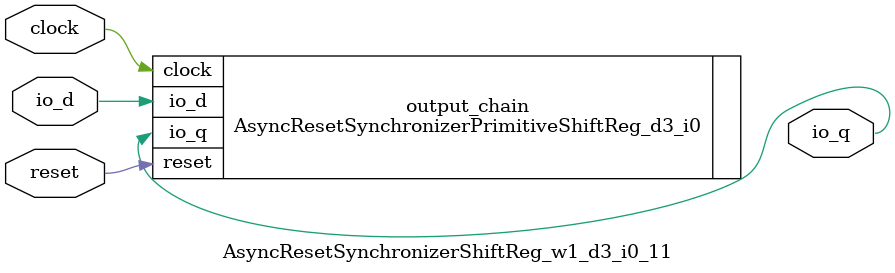
<source format=sv>
`ifndef RANDOMIZE
  `ifdef RANDOMIZE_REG_INIT
    `define RANDOMIZE
  `endif // RANDOMIZE_REG_INIT
`endif // not def RANDOMIZE
`ifndef RANDOMIZE
  `ifdef RANDOMIZE_MEM_INIT
    `define RANDOMIZE
  `endif // RANDOMIZE_MEM_INIT
`endif // not def RANDOMIZE

`ifndef RANDOM
  `define RANDOM $random
`endif // not def RANDOM

// Users can define 'PRINTF_COND' to add an extra gate to prints.
`ifndef PRINTF_COND_
  `ifdef PRINTF_COND
    `define PRINTF_COND_ (`PRINTF_COND)
  `else  // PRINTF_COND
    `define PRINTF_COND_ 1
  `endif // PRINTF_COND
`endif // not def PRINTF_COND_

// Users can define 'ASSERT_VERBOSE_COND' to add an extra gate to assert error printing.
`ifndef ASSERT_VERBOSE_COND_
  `ifdef ASSERT_VERBOSE_COND
    `define ASSERT_VERBOSE_COND_ (`ASSERT_VERBOSE_COND)
  `else  // ASSERT_VERBOSE_COND
    `define ASSERT_VERBOSE_COND_ 1
  `endif // ASSERT_VERBOSE_COND
`endif // not def ASSERT_VERBOSE_COND_

// Users can define 'STOP_COND' to add an extra gate to stop conditions.
`ifndef STOP_COND_
  `ifdef STOP_COND
    `define STOP_COND_ (`STOP_COND)
  `else  // STOP_COND
    `define STOP_COND_ 1
  `endif // STOP_COND
`endif // not def STOP_COND_

// Users can define INIT_RANDOM as general code that gets injected into the
// initializer block for modules with registers.
`ifndef INIT_RANDOM
  `define INIT_RANDOM
`endif // not def INIT_RANDOM

// If using random initialization, you can also define RANDOMIZE_DELAY to
// customize the delay used, otherwise 0.002 is used.
`ifndef RANDOMIZE_DELAY
  `define RANDOMIZE_DELAY 0.002
`endif // not def RANDOMIZE_DELAY

// Define INIT_RANDOM_PROLOG_ for use in our modules below.
`ifndef INIT_RANDOM_PROLOG_
  `ifdef RANDOMIZE
    `ifdef VERILATOR
      `define INIT_RANDOM_PROLOG_ `INIT_RANDOM
    `else  // VERILATOR
      `define INIT_RANDOM_PROLOG_ `INIT_RANDOM #`RANDOMIZE_DELAY begin end
    `endif // VERILATOR
  `else  // RANDOMIZE
    `define INIT_RANDOM_PROLOG_
  `endif // RANDOMIZE
`endif // not def INIT_RANDOM_PROLOG_

module AsyncResetSynchronizerShiftReg_w1_d3_i0_11(
  input  clock,
         reset,
         io_d,
  output io_q
);

  AsyncResetSynchronizerPrimitiveShiftReg_d3_i0 output_chain (	// @[ShiftReg.scala:45:23]
    .clock (clock),
    .reset (reset),
    .io_d  (io_d),
    .io_q  (io_q)
  );
endmodule


</source>
